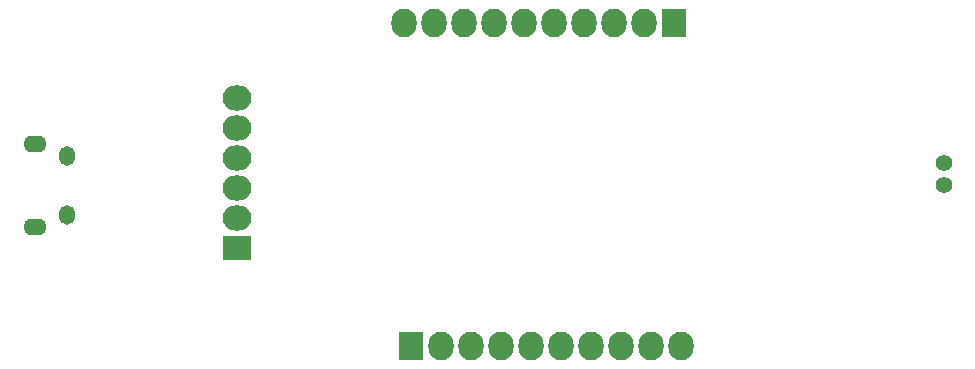
<source format=gbr>
G04 #@! TF.FileFunction,Soldermask,Bot*
%FSLAX46Y46*%
G04 Gerber Fmt 4.6, Leading zero omitted, Abs format (unit mm)*
G04 Created by KiCad (PCBNEW 4.0.2-4+6225~38~ubuntu15.10.1-stable) date Thu 10 Mar 2016 05:21:24 PM CST*
%MOMM*%
G01*
G04 APERTURE LIST*
%ADD10C,0.100000*%
%ADD11R,2.127200X2.432000*%
%ADD12O,2.127200X2.432000*%
%ADD13R,2.432000X2.127200*%
%ADD14O,2.432000X2.127200*%
%ADD15C,1.400000*%
%ADD16O,1.350000X1.650000*%
%ADD17O,1.950000X1.400000*%
G04 APERTURE END LIST*
D10*
D11*
X178435000Y-55880000D03*
D12*
X175895000Y-55880000D03*
X173355000Y-55880000D03*
X170815000Y-55880000D03*
X168275000Y-55880000D03*
X165735000Y-55880000D03*
X163195000Y-55880000D03*
X160655000Y-55880000D03*
X158115000Y-55880000D03*
X155575000Y-55880000D03*
D13*
X141500000Y-74900000D03*
D14*
X141500000Y-72360000D03*
X141500000Y-69820000D03*
X141500000Y-67280000D03*
X141500000Y-64740000D03*
X141500000Y-62200000D03*
D15*
X201295000Y-69580000D03*
X201295000Y-67680000D03*
D11*
X156210000Y-83185000D03*
D12*
X158750000Y-83185000D03*
X161290000Y-83185000D03*
X163830000Y-83185000D03*
X166370000Y-83185000D03*
X168910000Y-83185000D03*
X171450000Y-83185000D03*
X173990000Y-83185000D03*
X176530000Y-83185000D03*
X179070000Y-83185000D03*
D16*
X127038540Y-67095100D03*
X127038540Y-72095100D03*
D17*
X124338540Y-66095100D03*
X124338540Y-73095100D03*
M02*

</source>
